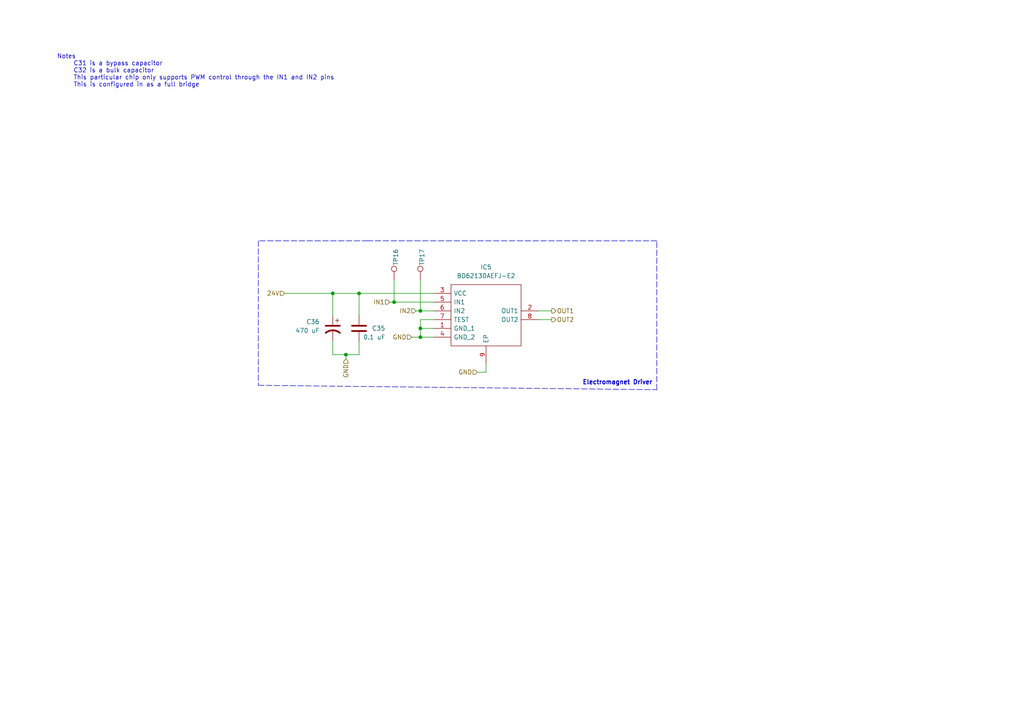
<source format=kicad_sch>
(kicad_sch (version 20211123) (generator eeschema)
  (paper "A4")
  (title_block (title "Electromagnet Subsystem") (company "The Great Gambit"))
  (lib_symbols
    (symbol "BD62130AEFJ-E2:BD62130AEFJ-E2" (pin_names (offset 0.762))
      (property "Reference" "IC" (at 26.67 7.62 0))
      (property "Value" "BD62130AEFJ-E2" (at 26.67 5.08 0))
      (symbol "BD62130AEFJ-E2_0_0"
        (pin passive line (at 0 -10.16 0) (length 5.08) (name "GND_1") (number "1"))
        (pin passive line (at 30.48 -5.08 180) (length 5.08) (name "OUT1") (number "2"))
        (pin passive line (at 0 0 0) (length 5.08) (name "VCC") (number "3"))
        (pin passive line (at 0 -12.7 0) (length 5.08) (name "GND_2") (number "4"))
        (pin passive line (at 0 -2.54 0) (length 5.08) (name "IN1") (number "5"))
        (pin passive line (at 0 -5.08 0) (length 5.08) (name "IN2") (number "6"))
        (pin passive line (at 0 -7.62 0) (length 5.08) (name "TEST") (number "7"))
        (pin passive line (at 30.48 -7.62 180) (length 5.08) (name "OUT2") (number "8"))
        (pin passive line (at 15.24 -20.32 90) (length 5.08) (name "EP") (number "9"))
      )
      (symbol "BD62130AEFJ-E2_0_1"
        (polyline (pts (xy 5.08 2.54) (xy 25.4 2.54) (xy 25.4 -15.24) (xy 5.08 -15.24) (xy 5.08 2.54)) (stroke (width 0.1524)))
      )
    )
    (symbol "Connector:TestPoint" (pin_numbers hide) (pin_names (offset 0.762) hide)
      (property "Reference" "TP" (at 0 6.858 0))
      (property "Value" "TestPoint" (at 0 5.08 0))
      (symbol "TestPoint_0_1"
        (circle (center 0 3.302) (radius 0.762))
      )
      (symbol "TestPoint_1_1"
        (pin passive line (at 0 0 90) (length 2.54) (name "1") (number "1"))
      )
    )
    (symbol "Device:C" (pin_numbers hide) (pin_names (offset 0.254))
      (property "Reference" "C" (at 0.635 2.54 0))
      (property "Value" "C" (at 0.635 -2.54 0))
      (symbol "C_0_1"
        (polyline (pts (xy -2.032 -0.762) (xy 2.032 -0.762)) (stroke (width 0.508)))
        (polyline (pts (xy -2.032 0.762) (xy 2.032 0.762)) (stroke (width 0.508)))
      )
      (symbol "C_1_1"
        (pin passive line (at 0 3.81 270) (length 2.794) (name "~") (number "1"))
        (pin passive line (at 0 -3.81 90) (length 2.794) (name "~") (number "2"))
      )
    )
    (symbol "Device:C_Polarized_US" (pin_numbers hide) (pin_names (offset 0.254) hide)
      (property "Reference" "C" (at 0.635 2.54 0))
      (property "Value" "C_Polarized_US" (at 0.635 -2.54 0))
      (symbol "C_Polarized_US_0_1"
        (polyline (pts (xy -2.032 0.762) (xy 2.032 0.762)) (stroke (width 0.508)))
        (polyline (pts (xy -1.778 2.286) (xy -0.762 2.286)))
        (polyline (pts (xy -1.27 1.778) (xy -1.27 2.794)))
        (arc (start 2.032 -1.27) (mid 0 -0.5572) (end -2.032 -1.27) (stroke (width 0.508)))
      )
      (symbol "C_Polarized_US_1_1"
        (pin passive line (at 0 3.81 270) (length 2.794) (name "~") (number "1"))
        (pin passive line (at 0 -3.81 90) (length 3.302) (name "~") (number "2"))
      )
    )
  )
  (junction (at 104.14 85.09))
  (junction (at 121.92 95.25))
  (junction (at 114.3 87.63))
  (junction (at 100.33 102.87))
  (junction (at 121.92 90.17))
  (junction (at 121.92 97.79))
  (junction (at 96.52 85.09))
  (wire (pts (xy 114.3 81.28) (xy 114.3 87.63)))
  (wire (pts (xy 82.55 85.09) (xy 96.52 85.09)))
  (wire (pts (xy 96.52 85.09) (xy 96.52 91.44)))
  (polyline (pts (xy 106.68 69.85) (xy 74.93 69.85)))
  (wire (pts (xy 125.73 92.71) (xy 121.92 92.71)))
  (polyline (pts (xy 74.93 69.85) (xy 74.93 111.76)))
  (polyline (pts (xy 74.93 111.76) (xy 190.5 113.03)))
  (wire (pts (xy 121.92 97.79) (xy 125.73 97.79)))
  (wire (pts (xy 121.92 92.71) (xy 121.92 95.25)))
  (wire (pts (xy 140.97 107.95) (xy 138.43 107.95)))
  (wire (pts (xy 121.92 90.17) (xy 125.73 90.17)))
  (wire (pts (xy 104.14 102.87) (xy 100.33 102.87)))
  (wire (pts (xy 121.92 81.28) (xy 121.92 90.17)))
  (wire (pts (xy 119.38 97.79) (xy 121.92 97.79)))
  (wire (pts (xy 114.3 87.63) (xy 125.73 87.63)))
  (wire (pts (xy 120.65 90.17) (xy 121.92 90.17)))
  (wire (pts (xy 113.03 87.63) (xy 114.3 87.63)))
  (wire (pts (xy 121.92 95.25) (xy 121.92 97.79)))
  (wire (pts (xy 125.73 95.25) (xy 121.92 95.25)))
  (wire (pts (xy 104.14 85.09) (xy 104.14 91.44)))
  (wire (pts (xy 96.52 102.87) (xy 100.33 102.87)))
  (wire (pts (xy 104.14 99.06) (xy 104.14 102.87)))
  (wire (pts (xy 100.33 102.87) (xy 100.33 104.14)))
  (wire (pts (xy 140.97 105.41) (xy 140.97 107.95)))
  (wire (pts (xy 156.21 90.17) (xy 160.02 90.17)))
  (wire (pts (xy 104.14 85.09) (xy 125.73 85.09)))
  (polyline (pts (xy 190.5 69.85) (xy 106.68 69.85)))
  (wire (pts (xy 96.52 99.06) (xy 96.52 102.87)))
  (wire (pts (xy 156.21 92.71) (xy 160.02 92.71)))
  (polyline (pts (xy 190.5 113.03) (xy 190.5 69.85)))
  (wire (pts (xy 104.14 85.09) (xy 96.52 85.09)))
  (text "Notes\n	C31 is a bypass capacitor\n	C32 is a bulk capacitor\n	This particular chip only supports PWM control through the IN1 and IN2 pins\n	This is configured in as a full bridge" (at 16.51 25.4 0) (effects (font (size 1.27 1.27)) (justify left bottom)))
  (text "Electromagnet Driver" (at 168.91 111.76 0) (effects (font (size 1.27 1.27) (thickness 0.254) bold) (justify left bottom)))
  (hierarchical_label "OUT2" (shape output) (at 160.02 92.71 0))
  (hierarchical_label "OUT1" (shape output) (at 160.02 90.17 0))
  (hierarchical_label "GND" (shape input) (at 100.33 104.14 270))
  (hierarchical_label "GND" (shape input) (at 138.43 107.95 180))
  (hierarchical_label "24V" (shape input) (at 82.55 85.09 180))
  (hierarchical_label "IN2" (shape input) (at 120.65 90.17 180))
  (hierarchical_label "GND" (shape input) (at 119.38 97.79 180))
  (hierarchical_label "IN1" (shape input) (at 113.03 87.63 180))
  (symbol (lib_id "Device:C_Polarized_US") (at 96.52 95.25 0) (mirror y) (unit 1)
    (property "Reference" "C36" (at 92.71 93.3449 0) (effects (justify left)))
    (property "Value" "470 uF" (at 92.71 95.8849 0) (effects (justify left)))
    (property "Footprint" "EEE-FP1E471AP:EEE-FP1E471AP" (effects hide))
    (property "Manufacturers Part Number" "EEE-FP1E471AP" (effects hide))
    (property "Digikey Part Number" "PCE4440DKR-ND" (effects hide))
    (property "Digikey Link" "https://www.digikey.com/en/products/detail/panasonic-electronic-components/EEE-FP1E471AP/1245939" (effects hide))
  )
  (symbol (lib_id "Connector:TestPoint") (at 114.3 81.28 0) (mirror y) (unit 1)
    (property "Reference" "TP16" (at 115.5159 77.053 90) (effects (justify left top)))
    (property "Footprint" "TestPoint:TestPoint_Keystone_5010-5014_Multipurpose" (effects hide))
    (property "Mouser link" "https://www.mouser.com/ProductDetail/Keystone-Electronics/5010?qs=qOqV1E1P08SzD%252BWfk1wMXQ%3D%3D" (effects hide))
    (property "Digikey Part Number" "36-5010-ND" (effects hide))
    (property "Digikey link" "https://www.digikey.com/en/products/detail/keystone-electronics/5010/255332?s=N4IgTCBcDaIKwAYCMCQF0C%2BQhttps://www.digikey.com/en/products/detail/keystone-electronics/5010/255332?s=N4IgTCBcDaIKwAYCMCQF0C%2BQ" (effects hide))
    (property "Manufacturer's Part Number" "5010" (effects hide))
    (property "Mouser Part Number" "534-5010" (effects hide))
  )
  (symbol (lib_id "BD62130AEFJ-E2:BD62130AEFJ-E2") (at 125.73 85.09 0) (unit 1)
    (property "Reference" "IC5" (at 140.97 77.47 0))
    (property "Value" "BD62130AEFJ-E2" (at 140.97 80.01 0))
    (property "Footprint" "SOIC127P600X100-9N" (effects hide))
    (property "Datasheet" "https://www.mouser.ie/datasheet/2/348/bd62130aefj-e-1596688.pdf" (effects hide))
    (property "Manufacturer_Part_Number" "BD62130AEFJ-E2" (effects hide))
    (property "Digikey Part Number" "BD62130AEFJ-E2DKR-ND" (effects hide))
    (property "Mouser Part Number" "755-BD62130AEFJ-E2" (effects hide))
    (property "Digikey Link" "https://www.digikey.com/en/products/detail/rohm-semiconductor/BD62130AEFJ-E2/10233247" (effects hide))
    (property "Mouser Link" "https://www.mouser.com/ProductDetail/ROHM-Semiconductor/BD62130AEFJ-E2?qs=T3oQrply3y%2F%252BXQdDoW5zkA%3D%3D" (effects hide))
    (property "Description" "Motor / Motion / Ignition Controllers & Drivers" (effects hide))
    (property "Height" "1" (effects hide))
    (property "Mouser Price/Stock" "https://www.mouser.co.uk/ProductDetail/ROHM-Semiconductor/BD62130AEFJ-E2?qs=T3oQrply3y%2F%252BXQdDoW5zkA%3D%3D" (effects hide))
    (property "Manufacturer_Name" "ROHM Semiconductor" (effects hide))
  )
  (symbol (lib_id "Connector:TestPoint") (at 121.92 81.28 0) (mirror y) (unit 1)
    (property "Reference" "TP17" (at 123.1359 77.053 90) (effects (justify left top)))
    (property "Footprint" "TestPoint:TestPoint_Keystone_5010-5014_Multipurpose" (effects hide))
    (property "Mouser link" "https://www.mouser.com/ProductDetail/Keystone-Electronics/5010?qs=qOqV1E1P08SzD%252BWfk1wMXQ%3D%3D" (effects hide))
    (property "Digikey Part Number" "36-5010-ND" (effects hide))
    (property "Digikey link" "https://www.digikey.com/en/products/detail/keystone-electronics/5010/255332?s=N4IgTCBcDaIKwAYCMCQF0C%2BQhttps://www.digikey.com/en/products/detail/keystone-electronics/5010/255332?s=N4IgTCBcDaIKwAYCMCQF0C%2BQ" (effects hide))
    (property "Manufacturer's Part Number" "5010" (effects hide))
    (property "Mouser Part Number" "534-5010" (effects hide))
  )
  (symbol (lib_id "Device:C") (at 104.14 95.25 0) (mirror y) (unit 1)
    (property "Reference" "C35" (at 111.76 95.25 0) (effects (justify left)))
    (property "Value" "0.1 uF" (at 111.76 97.79 0) (effects (justify left)))
    (property "Footprint" "CL10B104KB8NNNC:CL10B104KB8NNNC" (effects hide))
    (property "Manufacturers Part Number" "CL10B104KB8NNNC" (effects hide))
    (property "Digikey Part Number" "1276-1000-6-ND" (effects hide))
    (property "Digikey Link" "https://www.digikey.com/en/products/detail/samsung-electro-mechanics/CL10B104KB8NNNC/3886658" (effects hide))
  )
)
</source>
